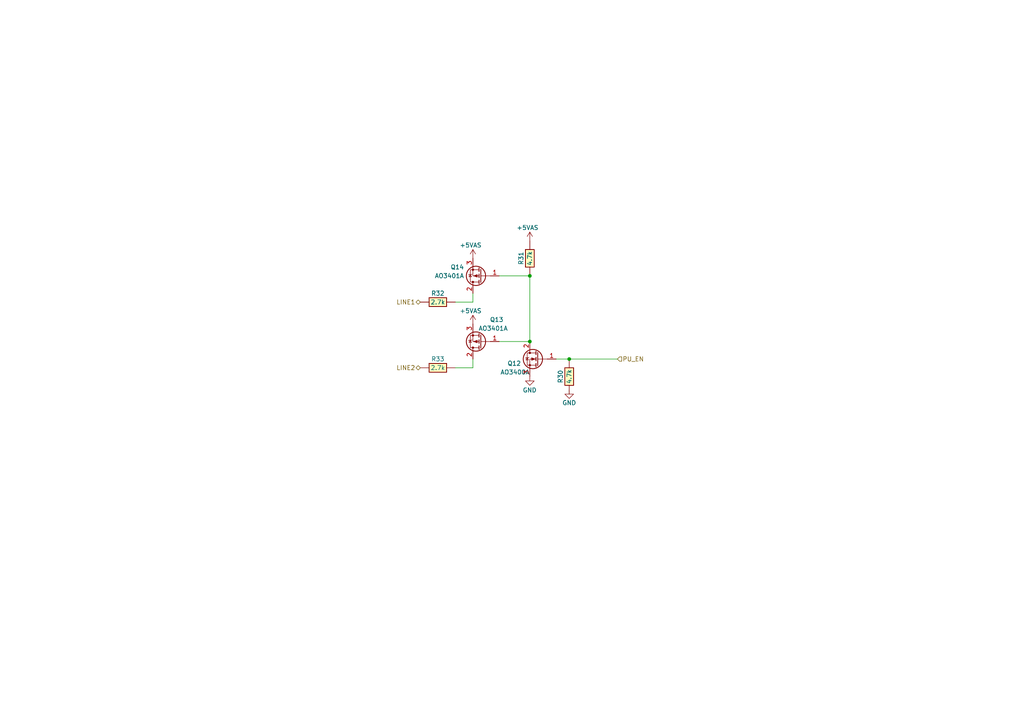
<source format=kicad_sch>
(kicad_sch (version 20230121) (generator eeschema)
  (paper "A4")
  (lib_symbols
    (symbol "MOSFET-P_4" (pin_names hide)
      (property "Reference" "Q" (at 5.207 0.9085 0))
      (property "Value" "MOSFET-P_4" (at 5.207 -1.8666 0))
      (symbol "MOSFET-P_4_0_1"
        (polyline (pts (xy 0.254 0) (xy -2.54 0)))
        (polyline (pts (xy 0.254 1.905) (xy 0.254 -1.905)) (stroke (width 0.254)))
        (polyline (pts (xy 0.762 -1.27) (xy 0.762 -2.286)) (stroke (width 0.254)))
        (polyline (pts (xy 0.762 0.508) (xy 0.762 -0.508)) (stroke (width 0.254)))
        (polyline (pts (xy 0.762 2.286) (xy 0.762 1.27)) (stroke (width 0.254)))
        (polyline (pts (xy 2.54 2.54) (xy 2.54 1.778)))
        (polyline (pts (xy 2.54 -2.54) (xy 2.54 0) (xy 0.762 0)))
        (polyline (pts (xy 0.762 1.778) (xy 3.302 1.778) (xy 3.302 -1.778) (xy 0.762 -1.778)))
        (polyline (pts (xy 2.286 0) (xy 1.27 0.381) (xy 1.27 -0.381) (xy 2.286 0)) (fill (type outline)))
        (polyline (pts (xy 2.794 -0.508) (xy 2.921 -0.381) (xy 3.683 -0.381) (xy 3.81 -0.254)))
        (polyline (pts (xy 3.302 -0.381) (xy 2.921 0.254) (xy 3.683 0.254) (xy 3.302 -0.381)))
        (circle (center 1.651 0) (radius 2.794) (stroke (width 0.254)))
        (circle (center 2.54 -1.778) (radius 0.254) (fill (type outline)))
        (circle (center 2.54 1.778) (radius 0.254) (fill (type outline)))
      )
      (symbol "MOSFET-P_4_1_1"
        (pin input line (at -5.08 0 0) (length 2.54) (name "G") (number "1"))
        (pin passive line (at 2.54 5.08 270) (length 2.54) (name "D") (number "2"))
        (pin passive line (at 2.54 -5.08 90) (length 2.54) (name "S") (number "3"))
      )
    )
    (symbol "alphax:+5VAS" (power) (pin_names (offset 0))
      (property "Value" "+5VAS" (at 2.8912 2.1493 90))
      (symbol "+5VAS_0_1"
        (polyline (pts (xy -0.762 1.27) (xy 0 2.54)))
        (polyline (pts (xy 0 0) (xy 0 2.54)))
        (polyline (pts (xy 0 2.54) (xy 0.762 1.27)))
      )
      (symbol "+5VAS_1_1"
        (pin power_in line (at 0 0 90) (length 0) hide (name "+5VAS") (number "1"))
      )
    )
    (symbol "hellen-one-common:MOSFET-N" (pin_names hide)
      (property "Reference" "Q" (at 5.08 6.35 0))
      (property "Value" "MOSFET-N" (at 2.54 3.81 0))
      (symbol "MOSFET-N_0_1"
        (polyline (pts (xy 0.254 0) (xy -2.54 0)))
        (polyline (pts (xy 0.254 1.905) (xy 0.254 -1.905)) (stroke (width 0.254)))
        (polyline (pts (xy 0.762 -1.27) (xy 0.762 -2.286)) (stroke (width 0.254)))
        (polyline (pts (xy 0.762 0.508) (xy 0.762 -0.508)) (stroke (width 0.254)))
        (polyline (pts (xy 0.762 2.286) (xy 0.762 1.27)) (stroke (width 0.254)))
        (polyline (pts (xy 2.54 2.54) (xy 2.54 1.778)))
        (polyline (pts (xy 2.54 -2.54) (xy 2.54 0) (xy 0.762 0)))
        (polyline (pts (xy 0.762 -1.778) (xy 3.302 -1.778) (xy 3.302 1.778) (xy 0.762 1.778)))
        (polyline (pts (xy 1.016 0) (xy 2.032 0.381) (xy 2.032 -0.381) (xy 1.016 0)) (fill (type outline)))
        (polyline (pts (xy 2.794 0.508) (xy 2.921 0.381) (xy 3.683 0.381) (xy 3.81 0.254)))
        (polyline (pts (xy 3.302 0.381) (xy 2.921 -0.254) (xy 3.683 -0.254) (xy 3.302 0.381)))
        (circle (center 1.651 0) (radius 2.794) (stroke (width 0.254)))
        (circle (center 2.54 -1.778) (radius 0.254) (fill (type outline)))
        (circle (center 2.54 1.778) (radius 0.254) (fill (type outline)))
      )
      (symbol "MOSFET-N_1_1"
        (pin input line (at -5.08 0 0) (length 2.54) (name "G") (number "1"))
        (pin passive line (at 2.54 5.08 270) (length 2.54) (name "D") (number "2"))
        (pin passive line (at 2.54 -5.08 90) (length 2.54) (name "S") (number "3"))
      )
    )
    (symbol "hellen-one-common:MOSFET-P" (pin_names hide)
      (property "Reference" "Q" (at 5.207 0.9085 0))
      (property "Value" "MOSFET-P" (at 5.207 -1.8666 0))
      (symbol "MOSFET-P_0_1"
        (polyline (pts (xy 0.254 0) (xy -2.54 0)))
        (polyline (pts (xy 0.254 1.905) (xy 0.254 -1.905)) (stroke (width 0.254)))
        (polyline (pts (xy 0.762 -1.27) (xy 0.762 -2.286)) (stroke (width 0.254)))
        (polyline (pts (xy 0.762 0.508) (xy 0.762 -0.508)) (stroke (width 0.254)))
        (polyline (pts (xy 0.762 2.286) (xy 0.762 1.27)) (stroke (width 0.254)))
        (polyline (pts (xy 2.54 2.54) (xy 2.54 1.778)))
        (polyline (pts (xy 2.54 -2.54) (xy 2.54 0) (xy 0.762 0)))
        (polyline (pts (xy 0.762 1.778) (xy 3.302 1.778) (xy 3.302 -1.778) (xy 0.762 -1.778)))
        (polyline (pts (xy 2.286 0) (xy 1.27 0.381) (xy 1.27 -0.381) (xy 2.286 0)) (fill (type outline)))
        (polyline (pts (xy 2.794 -0.508) (xy 2.921 -0.381) (xy 3.683 -0.381) (xy 3.81 -0.254)))
        (polyline (pts (xy 3.302 -0.381) (xy 2.921 0.254) (xy 3.683 0.254) (xy 3.302 -0.381)))
        (circle (center 1.651 0) (radius 2.794) (stroke (width 0.254)))
        (circle (center 2.54 -1.778) (radius 0.254) (fill (type outline)))
        (circle (center 2.54 1.778) (radius 0.254) (fill (type outline)))
      )
      (symbol "MOSFET-P_1_1"
        (pin input line (at -5.08 0 0) (length 2.54) (name "G") (number "1"))
        (pin passive line (at 2.54 5.08 270) (length 2.54) (name "D") (number "2"))
        (pin passive line (at 2.54 -5.08 90) (length 2.54) (name "S") (number "3"))
      )
    )
    (symbol "hellen-one-common:Res" (pin_numbers hide)
      (property "Reference" "R" (at 3.81 2.54 0))
      (property "Value" "Res" (at 5.08 -2.54 0))
      (symbol "Res_1_0"
        (rectangle (start 2.54 -1.27) (end 7.62 1.27) (stroke (width 0.254)) (fill (type background)))
        (pin passive line (at 0 0 0) (length 2.54) (name "") (number "1"))
        (pin passive line (at 10.16 0 180) (length 2.54) (name "") (number "2"))
      )
    )
    (symbol "power:GND" (power) (pin_names (offset 0))
      (property "Value" "GND" (at 0 -3.81 0))
      (symbol "GND_0_1"
        (polyline (pts (xy 0 0) (xy 0 -1.27) (xy 1.27 -1.27) (xy 0 -2.54) (xy -1.27 -1.27) (xy 0 -1.27)))
      )
      (symbol "GND_1_1"
        (pin power_in line (at 0 0 270) (length 0) hide (name "GND") (number "1"))
      )
    )
  )
  (junction (at 153.67 99.06))
  (junction (at 153.67 80.01))
  (junction (at 165.1 104.14))
  (wire (pts (xy 137.16 87.63) (xy 137.16 85.09)))
  (wire (pts (xy 137.16 87.63) (xy 132.08 87.63)))
  (wire (pts (xy 132.08 106.68) (xy 137.16 106.68)))
  (wire (pts (xy 144.78 99.06) (xy 153.67 99.06)))
  (wire (pts (xy 153.67 80.01) (xy 153.67 99.06)))
  (wire (pts (xy 165.1 104.14) (xy 179.07 104.14)))
  (wire (pts (xy 144.78 80.01) (xy 153.67 80.01)))
  (wire (pts (xy 165.1 113.03) (xy 165.1 114.3)))
  (wire (pts (xy 137.16 106.68) (xy 137.16 104.14)))
  (wire (pts (xy 165.1 104.14) (xy 161.29 104.14)))
  (hierarchical_label "PU_EN" (shape input) (at 179.07 104.14 0))
  (hierarchical_label "LINE1" (shape bidirectional) (at 121.92 87.63 180))
  (hierarchical_label "LINE2" (shape bidirectional) (at 121.92 106.68 180))
  (symbol (lib_id "power:GND") (at 153.67 109.22 0) (mirror y) (unit 1)
    (property "Reference" "#PWR0102" (effects hide))
    (property "Value" "GND" (at 153.6192 113.1634 0))
  )
  (symbol (lib_id "alphax:+5VAS") (at 153.67 69.85 0) (mirror y) (unit 1)
    (property "Reference" "#PWR0113" (effects hide))
    (property "Value" "+5VAS" (at 156.21 66.04 0) (effects (justify left)))
  )
  (symbol (lib_id "hellen-one-common:Res") (at 165.1 104.14 90) (mirror x) (unit 1)
    (property "Reference" "R30" (at 162.56 109.22 0))
    (property "Value" "4.7k" (at 165.1 109.22 0))
    (property "Footprint" "hellen-one-common:R0603" (effects hide))
    (property "LCSC" "C23162" (effects hide))
  )
  (symbol (lib_id "hellen-one-common:MOSFET-P") (at 139.7 80.01 180) (unit 1)
    (property "Reference" "Q14" (at 134.62 77.47 0) (effects (justify left)))
    (property "Value" "AO3401A" (at 134.62 80.01 0) (effects (justify left)))
    (property "Footprint" "hellen-one-common:SOT-23" (effects hide))
    (property "Datasheet" "https://datasheet.lcsc.com/lcsc/1810171817_Alpha-&-Omega-Semicon-AO3401A_C15127.pdf" (effects hide))
    (property "LCSC" "C15127" (effects hide))
  )
  (symbol (lib_id "alphax:+5VAS") (at 137.16 93.98 0) (mirror y) (unit 1)
    (property "Reference" "#PWR0113" (effects hide))
    (property "Value" "+5VAS" (at 139.7 90.17 0) (effects (justify left)))
  )
  (symbol (lib_id "hellen-one-common:Res") (at 132.08 87.63 0) (mirror y) (unit 1)
    (property "Reference" "R32" (at 127 85.09 0))
    (property "Value" "2.7k" (at 127 87.63 0))
    (property "Footprint" "hellen-one-common:R0603" (effects hide))
    (property "LCSC" "C13167" (effects hide))
  )
  (symbol (lib_id "hellen-one-common:Res") (at 132.08 106.68 0) (mirror y) (unit 1)
    (property "Reference" "R33" (at 127 104.14 0))
    (property "Value" "2.7k" (at 127 106.68 0))
    (property "Footprint" "hellen-one-common:R0603" (effects hide))
    (property "LCSC" "C13167" (effects hide))
  )
  (symbol (lib_id "power:GND") (at 165.1 113.03 0) (mirror y) (unit 1)
    (property "Reference" "#PWR059" (effects hide))
    (property "Value" "GND" (at 165.1 116.84 0))
  )
  (symbol (lib_name "MOSFET-P_4") (lib_id "hellen-one-common:MOSFET-P") (at 139.7 99.06 180) (unit 1)
    (property "Reference" "Q13" (at 146.05 92.71 0) (effects (justify left)))
    (property "Value" "AO3401A" (at 147.32 95.25 0) (effects (justify left)))
    (property "Footprint" "hellen-one-common:SOT-23" (effects hide))
    (property "Datasheet" "https://datasheet.lcsc.com/lcsc/1810171817_Alpha-&-Omega-Semicon-AO3401A_C15127.pdf" (effects hide))
    (property "LCSC" "C15127" (effects hide))
  )
  (symbol (lib_id "alphax:+5VAS") (at 137.16 74.93 0) (mirror y) (unit 1)
    (property "Reference" "#PWR0113" (effects hide))
    (property "Value" "+5VAS" (at 139.7 71.12 0) (effects (justify left)))
  )
  (symbol (lib_id "hellen-one-common:Res") (at 153.67 80.01 270) (mirror x) (unit 1)
    (property "Reference" "R31" (at 151.13 74.93 0))
    (property "Value" "4.7k" (at 153.67 74.93 0))
    (property "Footprint" "hellen-one-common:R0603" (effects hide))
    (property "LCSC" "C23162" (effects hide))
  )
  (symbol (lib_id "hellen-one-common:MOSFET-N") (at 156.21 104.14 0) (mirror y) (unit 1)
    (property "Reference" "Q12" (at 151.13 105.41 0) (effects (justify left)))
    (property "Value" "AO3400A" (at 153.67 107.95 0) (effects (justify left)))
    (property "Footprint" "hellen-one-common:SOT-23" (effects hide))
    (property "LCSC" " C20917" (effects hide))
  )
)
</source>
